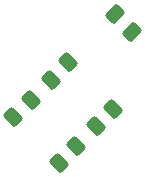
<source format=gbr>
%TF.GenerationSoftware,KiCad,Pcbnew,7.0.10*%
%TF.CreationDate,2024-03-08T11:24:00-05:00*%
%TF.ProjectId,TrumpetMelody,5472756d-7065-4744-9d65-6c6f64792e6b,rev?*%
%TF.SameCoordinates,Original*%
%TF.FileFunction,Paste,Bot*%
%TF.FilePolarity,Positive*%
%FSLAX46Y46*%
G04 Gerber Fmt 4.6, Leading zero omitted, Abs format (unit mm)*
G04 Created by KiCad (PCBNEW 7.0.10) date 2024-03-08 11:24:00*
%MOMM*%
%LPD*%
G01*
G04 APERTURE LIST*
G04 Aperture macros list*
%AMRoundRect*
0 Rectangle with rounded corners*
0 $1 Rounding radius*
0 $2 $3 $4 $5 $6 $7 $8 $9 X,Y pos of 4 corners*
0 Add a 4 corners polygon primitive as box body*
4,1,4,$2,$3,$4,$5,$6,$7,$8,$9,$2,$3,0*
0 Add four circle primitives for the rounded corners*
1,1,$1+$1,$2,$3*
1,1,$1+$1,$4,$5*
1,1,$1+$1,$6,$7*
1,1,$1+$1,$8,$9*
0 Add four rect primitives between the rounded corners*
20,1,$1+$1,$2,$3,$4,$5,0*
20,1,$1+$1,$4,$5,$6,$7,0*
20,1,$1+$1,$6,$7,$8,$9,0*
20,1,$1+$1,$8,$9,$2,$3,0*%
G04 Aperture macros list end*
%ADD10RoundRect,0.250000X-0.097227X0.574524X-0.574524X0.097227X0.097227X-0.574524X0.574524X-0.097227X0*%
%ADD11RoundRect,0.250000X0.097227X-0.574524X0.574524X-0.097227X-0.097227X0.574524X-0.574524X0.097227X0*%
%ADD12RoundRect,0.250000X-0.574524X-0.097227X-0.097227X-0.574524X0.574524X0.097227X0.097227X0.574524X0*%
G04 APERTURE END LIST*
D10*
%TO.C,C4*%
X186199676Y-85786324D03*
X184732430Y-87253570D03*
%TD*%
D11*
%TO.C,C1*%
X184025323Y-80182503D03*
X185492569Y-78715257D03*
%TD*%
D12*
%TO.C,C5*%
X189452368Y-74649393D03*
X190919614Y-76116639D03*
%TD*%
D10*
%TO.C,C3*%
X189328623Y-82657377D03*
X187861377Y-84124623D03*
%TD*%
D11*
%TO.C,C2*%
X180843343Y-83364483D03*
X182310589Y-81897237D03*
%TD*%
M02*

</source>
